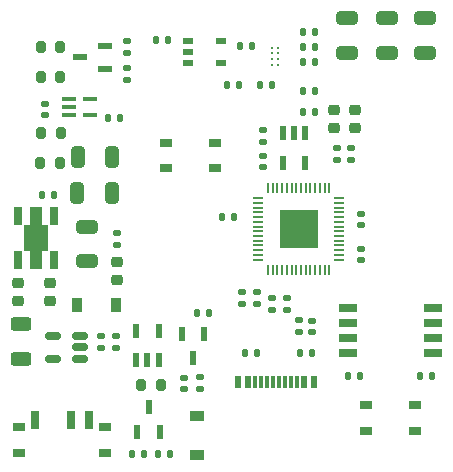
<source format=gtp>
%TF.GenerationSoftware,KiCad,Pcbnew,(6.0.4)*%
%TF.CreationDate,2022-12-07T00:30:14+09:00*%
%TF.ProjectId,prometheus-em,70726f6d-6574-4686-9575-732d656d2e6b,rev?*%
%TF.SameCoordinates,Original*%
%TF.FileFunction,Paste,Top*%
%TF.FilePolarity,Positive*%
%FSLAX46Y46*%
G04 Gerber Fmt 4.6, Leading zero omitted, Abs format (unit mm)*
G04 Created by KiCad (PCBNEW (6.0.4)) date 2022-12-07 00:30:14*
%MOMM*%
%LPD*%
G01*
G04 APERTURE LIST*
G04 Aperture macros list*
%AMRoundRect*
0 Rectangle with rounded corners*
0 $1 Rounding radius*
0 $2 $3 $4 $5 $6 $7 $8 $9 X,Y pos of 4 corners*
0 Add a 4 corners polygon primitive as box body*
4,1,4,$2,$3,$4,$5,$6,$7,$8,$9,$2,$3,0*
0 Add four circle primitives for the rounded corners*
1,1,$1+$1,$2,$3*
1,1,$1+$1,$4,$5*
1,1,$1+$1,$6,$7*
1,1,$1+$1,$8,$9*
0 Add four rect primitives between the rounded corners*
20,1,$1+$1,$2,$3,$4,$5,0*
20,1,$1+$1,$4,$5,$6,$7,0*
20,1,$1+$1,$6,$7,$8,$9,0*
20,1,$1+$1,$8,$9,$2,$3,0*%
G04 Aperture macros list end*
%ADD10RoundRect,0.140000X-0.170000X0.140000X-0.170000X-0.140000X0.170000X-0.140000X0.170000X0.140000X0*%
%ADD11RoundRect,0.250000X0.650000X-0.325000X0.650000X0.325000X-0.650000X0.325000X-0.650000X-0.325000X0*%
%ADD12RoundRect,0.140000X0.140000X0.170000X-0.140000X0.170000X-0.140000X-0.170000X0.140000X-0.170000X0*%
%ADD13RoundRect,0.135000X0.185000X-0.135000X0.185000X0.135000X-0.185000X0.135000X-0.185000X-0.135000X0*%
%ADD14RoundRect,0.135000X0.135000X0.185000X-0.135000X0.185000X-0.135000X-0.185000X0.135000X-0.185000X0*%
%ADD15R,0.850000X0.200000*%
%ADD16R,0.200000X0.850000*%
%ADD17R,3.200000X3.200000*%
%ADD18RoundRect,0.150000X0.512500X0.150000X-0.512500X0.150000X-0.512500X-0.150000X0.512500X-0.150000X0*%
%ADD19RoundRect,0.140000X0.170000X-0.140000X0.170000X0.140000X-0.170000X0.140000X-0.170000X-0.140000X0*%
%ADD20RoundRect,0.140000X-0.140000X-0.170000X0.140000X-0.170000X0.140000X0.170000X-0.140000X0.170000X0*%
%ADD21RoundRect,0.135000X-0.135000X-0.185000X0.135000X-0.185000X0.135000X0.185000X-0.135000X0.185000X0*%
%ADD22R,0.900000X1.200000*%
%ADD23R,0.600000X1.300000*%
%ADD24R,1.300000X0.600000*%
%ADD25R,1.200000X0.900000*%
%ADD26RoundRect,0.135000X-0.185000X0.135000X-0.185000X-0.135000X0.185000X-0.135000X0.185000X0.135000X0*%
%ADD27RoundRect,0.218750X-0.256250X0.218750X-0.256250X-0.218750X0.256250X-0.218750X0.256250X0.218750X0*%
%ADD28R,0.900000X0.600000*%
%ADD29R,1.050000X0.650000*%
%ADD30R,1.650000X0.650000*%
%ADD31R,0.700000X1.500000*%
%ADD32R,1.000000X1.500000*%
%ADD33R,2.000000X2.200000*%
%ADD34RoundRect,0.250000X-0.650000X0.325000X-0.650000X-0.325000X0.650000X-0.325000X0.650000X0.325000X0*%
%ADD35RoundRect,0.200000X-0.200000X-0.275000X0.200000X-0.275000X0.200000X0.275000X-0.200000X0.275000X0*%
%ADD36RoundRect,0.225000X0.250000X-0.225000X0.250000X0.225000X-0.250000X0.225000X-0.250000X-0.225000X0*%
%ADD37RoundRect,0.218750X0.256250X-0.218750X0.256250X0.218750X-0.256250X0.218750X-0.256250X-0.218750X0*%
%ADD38R,0.600000X1.140000*%
%ADD39R,0.300000X1.140000*%
%ADD40RoundRect,0.225000X-0.250000X0.225000X-0.250000X-0.225000X0.250000X-0.225000X0.250000X0.225000X0*%
%ADD41R,0.600000X1.250000*%
%ADD42RoundRect,0.250000X-0.325000X-0.650000X0.325000X-0.650000X0.325000X0.650000X-0.325000X0.650000X0*%
%ADD43C,0.226000*%
%ADD44R,1.200000X0.450000*%
%ADD45RoundRect,0.250000X0.625000X-0.312500X0.625000X0.312500X-0.625000X0.312500X-0.625000X-0.312500X0*%
%ADD46R,0.600000X1.200000*%
%ADD47R,1.000000X0.800000*%
G04 APERTURE END LIST*
D10*
%TO.C,C4*%
X64389000Y-63401000D03*
X64389000Y-64361000D03*
%TD*%
D11*
%TO.C,C26*%
X73914000Y-40718000D03*
X73914000Y-37768000D03*
%TD*%
D12*
%TO.C,C22*%
X52169000Y-39624000D03*
X51209000Y-39624000D03*
%TD*%
D10*
%TO.C,C3*%
X63246000Y-63373000D03*
X63246000Y-64333000D03*
%TD*%
D13*
%TO.C,R19*%
X47752000Y-65711800D03*
X47752000Y-64691800D03*
%TD*%
D14*
%TO.C,R8*%
X64645000Y-40259000D03*
X63625000Y-40259000D03*
%TD*%
D12*
%TO.C,C13*%
X64615000Y-38989000D03*
X63655000Y-38989000D03*
%TD*%
D15*
%TO.C,IC1*%
X66696000Y-58226000D03*
X66696000Y-57826000D03*
X66696000Y-57426000D03*
X66696000Y-57026000D03*
X66696000Y-56626000D03*
X66696000Y-56226000D03*
X66696000Y-55826000D03*
X66696000Y-55426000D03*
X66696000Y-55026000D03*
X66696000Y-54626000D03*
X66696000Y-54226000D03*
X66696000Y-53826000D03*
X66696000Y-53426000D03*
X66696000Y-53026000D03*
D16*
X65846000Y-52176000D03*
X65446000Y-52176000D03*
X65046000Y-52176000D03*
X64646000Y-52176000D03*
X64246000Y-52176000D03*
X63846000Y-52176000D03*
X63446000Y-52176000D03*
X63046000Y-52176000D03*
X62646000Y-52176000D03*
X62246000Y-52176000D03*
X61846000Y-52176000D03*
X61446000Y-52176000D03*
X61046000Y-52176000D03*
X60646000Y-52176000D03*
D15*
X59796000Y-53026000D03*
X59796000Y-53426000D03*
X59796000Y-53826000D03*
X59796000Y-54226000D03*
X59796000Y-54626000D03*
X59796000Y-55026000D03*
X59796000Y-55426000D03*
X59796000Y-55826000D03*
X59796000Y-56226000D03*
X59796000Y-56626000D03*
X59796000Y-57026000D03*
X59796000Y-57426000D03*
X59796000Y-57826000D03*
X59796000Y-58226000D03*
D16*
X60646000Y-59076000D03*
X61046000Y-59076000D03*
X61446000Y-59076000D03*
X61846000Y-59076000D03*
X62246000Y-59076000D03*
X62646000Y-59076000D03*
X63046000Y-59076000D03*
X63446000Y-59076000D03*
X63846000Y-59076000D03*
X64246000Y-59076000D03*
X64646000Y-59076000D03*
X65046000Y-59076000D03*
X65446000Y-59076000D03*
X65846000Y-59076000D03*
D17*
X63246000Y-55626000D03*
%TD*%
D13*
%TO.C,R20*%
X46482000Y-65711800D03*
X46482000Y-64691800D03*
%TD*%
D18*
%TO.C,U3*%
X44698500Y-66609000D03*
X44698500Y-65659000D03*
X44698500Y-64709000D03*
X42423500Y-64709000D03*
X42423500Y-66609000D03*
%TD*%
D19*
%TO.C,C7*%
X60198000Y-50419000D03*
X60198000Y-49459000D03*
%TD*%
D20*
%TO.C,C25*%
X47145000Y-46228000D03*
X48105000Y-46228000D03*
%TD*%
D21*
%TO.C,R12*%
X59942000Y-43434000D03*
X60962000Y-43434000D03*
%TD*%
D14*
%TO.C,R3*%
X59692000Y-66167000D03*
X58672000Y-66167000D03*
%TD*%
%TO.C,R27*%
X42510000Y-52750000D03*
X41490000Y-52750000D03*
%TD*%
D10*
%TO.C,C24*%
X41783000Y-45014000D03*
X41783000Y-45974000D03*
%TD*%
D22*
%TO.C,D4*%
X47751000Y-62103000D03*
X44451000Y-62103000D03*
%TD*%
D11*
%TO.C,C19*%
X67310000Y-40718000D03*
X67310000Y-37768000D03*
%TD*%
D21*
%TO.C,R9*%
X57148000Y-43434000D03*
X58168000Y-43434000D03*
%TD*%
D23*
%TO.C,Q3*%
X49596000Y-72805000D03*
X51496000Y-72805000D03*
X50546000Y-70705000D03*
%TD*%
D24*
%TO.C,Q2*%
X46850000Y-42050000D03*
X46850000Y-40150000D03*
X44750000Y-41100000D03*
%TD*%
D25*
%TO.C,D2*%
X54610000Y-71502000D03*
X54610000Y-74802000D03*
%TD*%
D26*
%TO.C,R18*%
X54914800Y-68197000D03*
X54914800Y-69217000D03*
%TD*%
D21*
%TO.C,R2*%
X73531000Y-68072000D03*
X74551000Y-68072000D03*
%TD*%
D27*
%TO.C,D5*%
X66200000Y-45512500D03*
X66200000Y-47087500D03*
%TD*%
D20*
%TO.C,C12*%
X67465000Y-68072000D03*
X68425000Y-68072000D03*
%TD*%
D13*
%TO.C,R7*%
X67691000Y-49786000D03*
X67691000Y-48766000D03*
%TD*%
D28*
%TO.C,IC9*%
X53845000Y-39690000D03*
X53845000Y-40640000D03*
X53845000Y-41590000D03*
X56645000Y-41590000D03*
X56645000Y-39690000D03*
%TD*%
D29*
%TO.C,S2*%
X52027000Y-48328000D03*
X56177000Y-48328000D03*
X52027000Y-50478000D03*
X56177000Y-50478000D03*
%TD*%
D20*
%TO.C,C23*%
X58321000Y-40132000D03*
X59281000Y-40132000D03*
%TD*%
D12*
%TO.C,C11*%
X57757000Y-54610000D03*
X56797000Y-54610000D03*
%TD*%
D30*
%TO.C,IC3*%
X74593000Y-66167000D03*
X74593000Y-64897000D03*
X74593000Y-63627000D03*
X74593000Y-62357000D03*
X67393000Y-62357000D03*
X67393000Y-63627000D03*
X67393000Y-64897000D03*
X67393000Y-66167000D03*
%TD*%
D31*
%TO.C,IC8*%
X42500000Y-54538000D03*
D32*
X41000000Y-54538000D03*
D33*
X41000000Y-56388000D03*
D31*
X39500000Y-54538000D03*
X39500000Y-58238000D03*
D32*
X41000000Y-58238000D03*
D31*
X42500000Y-58238000D03*
%TD*%
D34*
%TO.C,C21*%
X45339000Y-55421000D03*
X45339000Y-58371000D03*
%TD*%
D29*
%TO.C,S1*%
X68918000Y-70553000D03*
X73068000Y-70553000D03*
X68918000Y-72703000D03*
X73068000Y-72703000D03*
%TD*%
D13*
%TO.C,R31*%
X66500000Y-49786000D03*
X66500000Y-48766000D03*
%TD*%
D35*
%TO.C,R10*%
X41435000Y-47500000D03*
X43085000Y-47500000D03*
%TD*%
D19*
%TO.C,C1*%
X68500000Y-58280000D03*
X68500000Y-57320000D03*
%TD*%
D21*
%TO.C,R22*%
X49147000Y-74676000D03*
X50167000Y-74676000D03*
%TD*%
D11*
%TO.C,C17*%
X70739000Y-40718000D03*
X70739000Y-37768000D03*
%TD*%
D26*
%TO.C,R28*%
X47879000Y-56005000D03*
X47879000Y-57025000D03*
%TD*%
D35*
%TO.C,R25*%
X49937400Y-68808600D03*
X51587400Y-68808600D03*
%TD*%
D10*
%TO.C,C14*%
X53517800Y-68227000D03*
X53517800Y-69187000D03*
%TD*%
D13*
%TO.C,R24*%
X48750000Y-40760000D03*
X48750000Y-39740000D03*
%TD*%
%TO.C,R21*%
X48750000Y-43010000D03*
X48750000Y-41990000D03*
%TD*%
D36*
%TO.C,C16*%
X39497000Y-61735000D03*
X39497000Y-60185000D03*
%TD*%
D26*
%TO.C,R5*%
X62230000Y-61466000D03*
X62230000Y-62486000D03*
%TD*%
D10*
%TO.C,C8*%
X58420000Y-60988000D03*
X58420000Y-61948000D03*
%TD*%
D27*
%TO.C,D1*%
X68000000Y-45512500D03*
X68000000Y-47087500D03*
%TD*%
D13*
%TO.C,R1*%
X60198000Y-48262000D03*
X60198000Y-47242000D03*
%TD*%
D14*
%TO.C,R30*%
X64645000Y-45720000D03*
X63625000Y-45720000D03*
%TD*%
D35*
%TO.C,R11*%
X41425000Y-42750000D03*
X43075000Y-42750000D03*
%TD*%
D37*
%TO.C,D3*%
X47879000Y-59969500D03*
X47879000Y-58394500D03*
%TD*%
D38*
%TO.C,U1*%
X58141000Y-68579000D03*
X58941000Y-68579000D03*
D39*
X59591000Y-68579000D03*
X60091000Y-68579000D03*
X60591000Y-68579000D03*
X61091000Y-68579000D03*
X61591000Y-68579000D03*
X62091000Y-68579000D03*
X62591000Y-68579000D03*
X63091000Y-68579000D03*
D38*
X63741000Y-68579000D03*
X64541000Y-68579000D03*
%TD*%
D40*
%TO.C,C15*%
X42164000Y-60185000D03*
X42164000Y-61735000D03*
%TD*%
D21*
%TO.C,R23*%
X51306000Y-74676000D03*
X52326000Y-74676000D03*
%TD*%
D14*
%TO.C,R15*%
X64645000Y-41529000D03*
X63625000Y-41529000D03*
%TD*%
D41*
%TO.C,IC2*%
X63815000Y-47518000D03*
X62865000Y-47518000D03*
X61915000Y-47518000D03*
X61915000Y-50018000D03*
X63815000Y-50018000D03*
%TD*%
D42*
%TO.C,C18*%
X44499000Y-52578000D03*
X47449000Y-52578000D03*
%TD*%
D35*
%TO.C,R14*%
X41425000Y-40250000D03*
X43075000Y-40250000D03*
%TD*%
D21*
%TO.C,R4*%
X63371000Y-66167000D03*
X64391000Y-66167000D03*
%TD*%
D43*
%TO.C,IC6*%
X60964000Y-40271000D03*
X61464000Y-40271000D03*
X60964000Y-40771000D03*
X61464000Y-40771000D03*
X60964000Y-41271000D03*
X61464000Y-41271000D03*
X60964000Y-41771000D03*
X61464000Y-41771000D03*
%TD*%
D44*
%TO.C,IC10*%
X43800000Y-44650000D03*
X43800000Y-45300000D03*
X43800000Y-45950000D03*
X45600000Y-45950000D03*
X45600000Y-44650000D03*
%TD*%
D21*
%TO.C,R26*%
X54608000Y-62738000D03*
X55628000Y-62738000D03*
%TD*%
D45*
%TO.C,R29*%
X39751000Y-66613500D03*
X39751000Y-63688500D03*
%TD*%
D46*
%TO.C,IC7*%
X49494400Y-66756600D03*
X50444400Y-66756600D03*
X51394400Y-66756600D03*
X51394400Y-64256600D03*
X49494400Y-64256600D03*
%TD*%
D42*
%TO.C,C20*%
X44525000Y-49500000D03*
X47475000Y-49500000D03*
%TD*%
D10*
%TO.C,C2*%
X68500000Y-54320000D03*
X68500000Y-55280000D03*
%TD*%
D31*
%TO.C,S3*%
X40956800Y-71783000D03*
X43956800Y-71783000D03*
X45456800Y-71783000D03*
D47*
X39556800Y-72433000D03*
X39556800Y-74633000D03*
X46856800Y-72433000D03*
X46856800Y-74633000D03*
%TD*%
D10*
%TO.C,C9*%
X59690000Y-60988000D03*
X59690000Y-61948000D03*
%TD*%
D14*
%TO.C,R16*%
X64645000Y-43942000D03*
X63625000Y-43942000D03*
%TD*%
D26*
%TO.C,R6*%
X60960000Y-61466000D03*
X60960000Y-62486000D03*
%TD*%
D23*
%TO.C,Q1*%
X55229800Y-64482000D03*
X53329800Y-64482000D03*
X54279800Y-66582000D03*
%TD*%
D35*
%TO.C,R13*%
X41350000Y-50000000D03*
X43000000Y-50000000D03*
%TD*%
M02*

</source>
